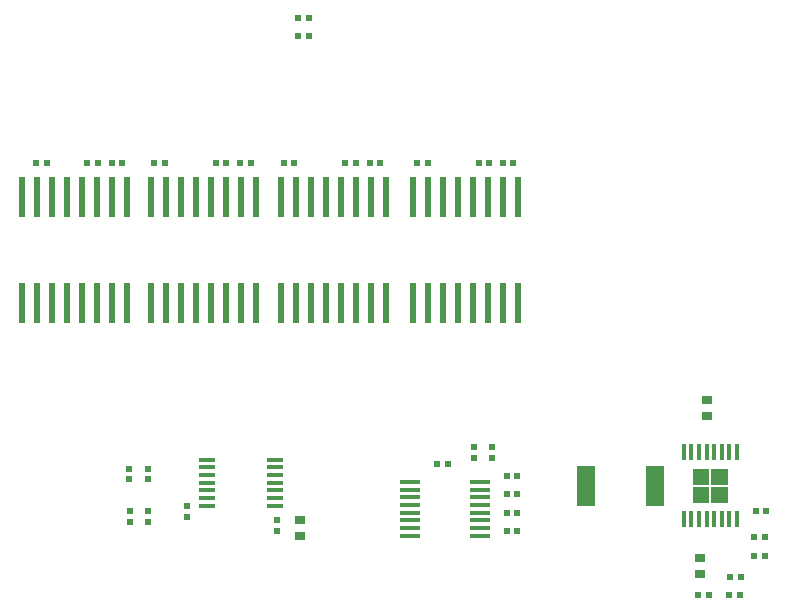
<source format=gbp>
%FSTAX23Y23*%
%MOIN*%
%SFA1B1*%

%IPPOS*%
%ADD22R,0.021654X0.021654*%
%ADD23R,0.021654X0.021654*%
%ADD29R,0.055118X0.013780*%
%ADD40R,0.035433X0.031496*%
%ADD101R,0.023622X0.137795*%
%ADD103R,0.013780X0.055118*%
%ADD104R,0.070079X0.016535*%
%ADD105R,0.058661X0.134645*%
%LNocb_development_board-1*%
%LPD*%
G36*
X02712Y00417D02*
Y00471D01*
X02766*
Y00417*
X02712*
G37*
G36*
Y00478D02*
Y00532D01*
X02766*
Y00478*
X02712*
G37*
G36*
X02773Y00417D02*
Y00471D01*
X02827*
Y00417*
X02773*
G37*
G36*
Y00478D02*
Y00532D01*
X02827*
Y00478*
X02773*
G37*
G54D22*
X02914Y0024D03*
X0295D03*
X02914Y00305D03*
X0295D03*
X02729Y0011D03*
X02765D03*
X02867D03*
X02832D03*
X02033Y01551D03*
X01997D03*
X02078D03*
X02113D03*
X01588D03*
X01553D03*
X01634D03*
X01669D03*
X0209Y00446D03*
X02125D03*
X0209Y00323D03*
X02125D03*
X01156Y01551D03*
X01121D03*
X00729D03*
X00693D03*
X01202D03*
X01237D03*
X00774D03*
X00809D03*
X01431Y02035D03*
X01395D03*
X0209Y00384D03*
X02125D03*
X0209Y00508D03*
X02125D03*
X0292Y0039D03*
X02955D03*
X0287Y0017D03*
X02834D03*
X01792Y01551D03*
X01827D03*
X01347D03*
X01383D03*
X01894Y00548D03*
X01859D03*
X00915Y01551D03*
X0095D03*
X00558D03*
X00523D03*
X01395Y01975D03*
X0143D03*
G54D23*
X00831Y00531D03*
Y00496D03*
X00895D03*
Y00531D03*
X00835Y00355D03*
Y00391D03*
X00895D03*
Y00355D03*
X0204Y00568D03*
Y00603D03*
X0198Y00568D03*
Y00603D03*
X01025Y00372D03*
Y00407D03*
X01325Y00325D03*
Y0036D03*
G54D29*
X01091Y00433D03*
Y00459D03*
Y00485D03*
X01318Y00561D03*
X01091D03*
Y00536D03*
Y0051D03*
X01318Y00536D03*
Y0051D03*
Y00485D03*
Y00459D03*
Y00433D03*
Y00408D03*
X01091D03*
G54D40*
X02735Y00179D03*
Y00235D03*
X02758Y00762D03*
Y00707D03*
X014Y00362D03*
Y00307D03*
G54D101*
X01337Y01083D03*
X01387D03*
X01437D03*
X01487D03*
X01437Y01437D03*
X01387D03*
X01337D03*
X01487D03*
X01537D03*
X01587D03*
X01637D03*
X01687D03*
Y01083D03*
X01637D03*
X01587D03*
X01537D03*
X00905D03*
X00955D03*
X01005D03*
X01055D03*
X01005Y01437D03*
X00955D03*
X00905D03*
X01055D03*
X01105D03*
X01155D03*
X01205D03*
X01255D03*
Y01083D03*
X01205D03*
X01155D03*
X01105D03*
X01979D03*
X02029D03*
X02079D03*
X02129D03*
Y01437D03*
X02079D03*
X02029D03*
X01979D03*
X01929D03*
X01779D03*
X01829D03*
X01879D03*
X01929Y01083D03*
X01879D03*
X01829D03*
X01779D03*
X00676D03*
X00726D03*
X00776D03*
X00826D03*
Y01437D03*
X00776D03*
X00726D03*
X00676D03*
X00626D03*
X00476D03*
X00526D03*
X00576D03*
X00626Y01083D03*
X00576D03*
X00526D03*
X00476D03*
G54D103*
X0268Y00363D03*
X02706D03*
X02731D03*
X02757D03*
X02782D03*
X02808D03*
X02833D03*
X02859D03*
Y00587D03*
X02833D03*
X02808D03*
X02782D03*
X02757D03*
X02731D03*
X02706D03*
X0268D03*
G54D104*
X02Y00487D03*
Y00461D03*
Y00436D03*
Y0041D03*
Y00385D03*
Y00334D03*
Y00308D03*
X01769D03*
Y00334D03*
Y00385D03*
Y0041D03*
Y00436D03*
Y00461D03*
Y00487D03*
X02Y00359D03*
X01769D03*
G54D105*
X02585Y00475D03*
X02355D03*
M02*
</source>
